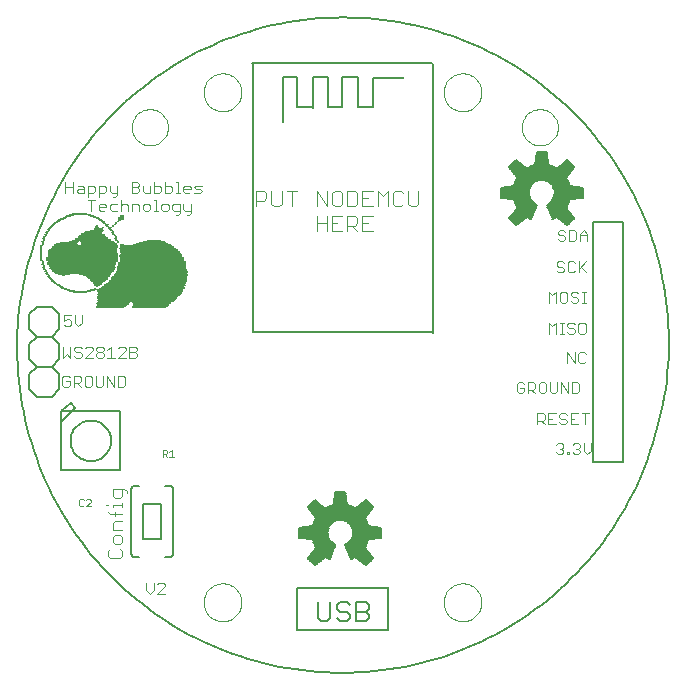
<source format=gto>
G75*
%MOIN*%
%OFA0B0*%
%FSLAX24Y24*%
%IPPOS*%
%LPD*%
%AMOC8*
5,1,8,0,0,1.08239X$1,22.5*
%
%ADD10C,0.0030*%
%ADD11C,0.0000*%
%ADD12C,0.0040*%
%ADD13C,0.0050*%
%ADD14C,0.0060*%
%ADD15C,0.0080*%
%ADD16C,0.0020*%
%ADD17R,0.0966X0.0033*%
%ADD18R,0.1133X0.0033*%
%ADD19R,0.1033X0.0033*%
%ADD20R,0.1167X0.0033*%
%ADD21R,0.1200X0.0033*%
%ADD22R,0.1067X0.0033*%
%ADD23R,0.1233X0.0033*%
%ADD24R,0.1100X0.0033*%
%ADD25R,0.1267X0.0033*%
%ADD26R,0.1300X0.0033*%
%ADD27R,0.2534X0.0033*%
%ADD28R,0.2567X0.0033*%
%ADD29R,0.2600X0.0033*%
%ADD30R,0.2634X0.0033*%
%ADD31R,0.2667X0.0033*%
%ADD32R,0.2700X0.0033*%
%ADD33R,0.2734X0.0033*%
%ADD34R,0.2767X0.0033*%
%ADD35R,0.2800X0.0033*%
%ADD36R,0.0434X0.0033*%
%ADD37R,0.2800X0.0033*%
%ADD38R,0.0733X0.0033*%
%ADD39R,0.2834X0.0033*%
%ADD40R,0.0267X0.0033*%
%ADD41R,0.0266X0.0033*%
%ADD42R,0.2867X0.0033*%
%ADD43R,0.0200X0.0033*%
%ADD44R,0.3100X0.0033*%
%ADD45R,0.0167X0.0033*%
%ADD46R,0.0067X0.0033*%
%ADD47R,0.2866X0.0033*%
%ADD48R,0.0166X0.0033*%
%ADD49R,0.0134X0.0033*%
%ADD50R,0.0066X0.0033*%
%ADD51R,0.2733X0.0033*%
%ADD52R,0.0133X0.0033*%
%ADD53R,0.2734X0.0033*%
%ADD54R,0.0134X0.0033*%
%ADD55R,0.0234X0.0033*%
%ADD56R,0.0100X0.0033*%
%ADD57R,0.0300X0.0033*%
%ADD58R,0.0100X0.0033*%
%ADD59R,0.0366X0.0033*%
%ADD60R,0.2633X0.0033*%
%ADD61R,0.0467X0.0033*%
%ADD62R,0.0533X0.0033*%
%ADD63R,0.2567X0.0033*%
%ADD64R,0.0600X0.0033*%
%ADD65R,0.2533X0.0033*%
%ADD66R,0.0667X0.0033*%
%ADD67R,0.0700X0.0033*%
%ADD68R,0.2533X0.0033*%
%ADD69R,0.0800X0.0033*%
%ADD70R,0.2500X0.0033*%
%ADD71R,0.0066X0.0033*%
%ADD72R,0.0900X0.0033*%
%ADD73R,0.2466X0.0033*%
%ADD74R,0.0433X0.0033*%
%ADD75R,0.2466X0.0033*%
%ADD76R,0.1867X0.0033*%
%ADD77R,0.2433X0.0033*%
%ADD78R,0.1966X0.0033*%
%ADD79R,0.2400X0.0033*%
%ADD80R,0.2034X0.0033*%
%ADD81R,0.2400X0.0033*%
%ADD82R,0.2067X0.0033*%
%ADD83R,0.2366X0.0033*%
%ADD84R,0.2133X0.0033*%
%ADD85R,0.0067X0.0033*%
%ADD86R,0.2167X0.0033*%
%ADD87R,0.2300X0.0033*%
%ADD88R,0.2200X0.0033*%
%ADD89R,0.2300X0.0033*%
%ADD90R,0.2233X0.0033*%
%ADD91R,0.2233X0.0033*%
%ADD92R,0.2267X0.0033*%
%ADD93R,0.2267X0.0033*%
%ADD94R,0.2234X0.0033*%
%ADD95R,0.2234X0.0033*%
%ADD96R,0.2333X0.0033*%
%ADD97R,0.2367X0.0033*%
%ADD98R,0.2166X0.0033*%
%ADD99R,0.2367X0.0033*%
%ADD100R,0.2166X0.0033*%
%ADD101R,0.2333X0.0033*%
%ADD102R,0.2100X0.0033*%
%ADD103R,0.2100X0.0033*%
%ADD104R,0.2066X0.0033*%
%ADD105R,0.2000X0.0033*%
%ADD106R,0.2000X0.0033*%
%ADD107R,0.1966X0.0033*%
%ADD108R,0.1933X0.0033*%
%ADD109R,0.1900X0.0033*%
%ADD110R,0.2200X0.0033*%
%ADD111R,0.1833X0.0033*%
%ADD112R,0.2167X0.0033*%
%ADD113R,0.1800X0.0033*%
%ADD114R,0.1766X0.0033*%
%ADD115R,0.0767X0.0033*%
%ADD116R,0.1200X0.0033*%
%ADD117R,0.0133X0.0033*%
%ADD118R,0.1267X0.0033*%
%ADD119R,0.0700X0.0033*%
%ADD120R,0.1067X0.0033*%
%ADD121R,0.1166X0.0033*%
%ADD122R,0.0333X0.0033*%
%ADD123R,0.1134X0.0033*%
%ADD124R,0.0734X0.0033*%
%ADD125R,0.0466X0.0033*%
%ADD126R,0.1100X0.0033*%
%ADD127R,0.1000X0.0033*%
%ADD128R,0.0933X0.0033*%
%ADD129R,0.0867X0.0033*%
%ADD130R,0.0633X0.0033*%
%ADD131R,0.0567X0.0033*%
%ADD132R,0.0033X0.0033*%
%ADD133R,0.0166X0.0033*%
%ADD134R,0.0167X0.0033*%
%ADD135R,0.0200X0.0033*%
%ADD136R,0.0233X0.0033*%
%ADD137R,0.0766X0.0033*%
%ADD138R,0.0500X0.0033*%
%ADD139C,0.0059*%
D10*
X004530Y003833D02*
X004653Y003710D01*
X004777Y003833D01*
X004777Y004080D01*
X004898Y004019D02*
X004960Y004080D01*
X005083Y004080D01*
X005145Y004019D01*
X005145Y003957D01*
X004898Y003710D01*
X005145Y003710D01*
X004530Y003833D02*
X004530Y004080D01*
X002677Y006635D02*
X002530Y006635D01*
X002677Y006782D01*
X002677Y006818D01*
X002640Y006855D01*
X002567Y006855D01*
X002530Y006818D01*
X002446Y006818D02*
X002410Y006855D01*
X002336Y006855D01*
X002300Y006818D01*
X002300Y006672D01*
X002336Y006635D01*
X002410Y006635D01*
X002446Y006672D01*
X002355Y010610D02*
X002232Y010733D01*
X002293Y010733D02*
X002108Y010733D01*
X002108Y010610D02*
X002108Y010980D01*
X002293Y010980D01*
X002355Y010919D01*
X002355Y010795D01*
X002293Y010733D01*
X002477Y010672D02*
X002477Y010919D01*
X002538Y010980D01*
X002662Y010980D01*
X002724Y010919D01*
X002724Y010672D01*
X002662Y010610D01*
X002538Y010610D01*
X002477Y010672D01*
X002845Y010672D02*
X002845Y010980D01*
X003092Y010980D02*
X003092Y010672D01*
X003030Y010610D01*
X002907Y010610D01*
X002845Y010672D01*
X003213Y010610D02*
X003213Y010980D01*
X003460Y010610D01*
X003460Y010980D01*
X003582Y010980D02*
X003582Y010610D01*
X003767Y010610D01*
X003828Y010672D01*
X003828Y010919D01*
X003767Y010980D01*
X003582Y010980D01*
X003602Y011580D02*
X003848Y011827D01*
X003848Y011889D01*
X003787Y011950D01*
X003663Y011950D01*
X003602Y011889D01*
X003357Y011950D02*
X003357Y011580D01*
X003480Y011580D02*
X003233Y011580D01*
X003112Y011642D02*
X003050Y011580D01*
X002927Y011580D01*
X002865Y011642D01*
X002865Y011703D01*
X002927Y011765D01*
X003050Y011765D01*
X003112Y011703D01*
X003112Y011642D01*
X003050Y011765D02*
X003112Y011827D01*
X003112Y011889D01*
X003050Y011950D01*
X002927Y011950D01*
X002865Y011889D01*
X002865Y011827D01*
X002927Y011765D01*
X002744Y011827D02*
X002744Y011889D01*
X002682Y011950D01*
X002558Y011950D01*
X002497Y011889D01*
X002375Y011889D02*
X002313Y011950D01*
X002190Y011950D01*
X002128Y011889D01*
X002128Y011827D01*
X002190Y011765D01*
X002313Y011765D01*
X002375Y011703D01*
X002375Y011642D01*
X002313Y011580D01*
X002190Y011580D01*
X002128Y011642D01*
X002007Y011580D02*
X002007Y011950D01*
X001760Y011950D02*
X001760Y011580D01*
X001883Y011703D01*
X002007Y011580D01*
X002497Y011580D02*
X002744Y011827D01*
X002744Y011580D02*
X002497Y011580D01*
X003233Y011827D02*
X003357Y011950D01*
X003602Y011580D02*
X003848Y011580D01*
X003970Y011580D02*
X004155Y011580D01*
X004217Y011642D01*
X004217Y011703D01*
X004155Y011765D01*
X003970Y011765D01*
X003970Y011580D02*
X003970Y011950D01*
X004155Y011950D01*
X004217Y011889D01*
X004217Y011827D01*
X004155Y011765D01*
X002395Y012743D02*
X002272Y012620D01*
X002148Y012743D01*
X002148Y012990D01*
X002027Y012990D02*
X001780Y012990D01*
X001780Y012805D01*
X001903Y012867D01*
X001965Y012867D01*
X002027Y012805D01*
X002027Y012682D01*
X001965Y012620D01*
X001842Y012620D01*
X001780Y012682D01*
X002395Y012743D02*
X002395Y012990D01*
X001925Y010980D02*
X001802Y010980D01*
X001740Y010919D01*
X001740Y010672D01*
X001802Y010610D01*
X001925Y010610D01*
X001987Y010672D01*
X001987Y010795D01*
X001863Y010795D01*
X001987Y010919D02*
X001925Y010980D01*
X005524Y016347D02*
X005586Y016347D01*
X005647Y016408D01*
X005647Y016717D01*
X005462Y016717D01*
X005400Y016655D01*
X005400Y016532D01*
X005462Y016470D01*
X005647Y016470D01*
X005769Y016532D02*
X005830Y016470D01*
X006016Y016470D01*
X006016Y016408D02*
X005954Y016347D01*
X005892Y016347D01*
X006016Y016408D02*
X006016Y016717D01*
X005769Y016717D02*
X005769Y016532D01*
X005279Y016532D02*
X005279Y016655D01*
X005217Y016717D01*
X005094Y016717D01*
X005032Y016655D01*
X005032Y016532D01*
X005094Y016470D01*
X005217Y016470D01*
X005279Y016532D01*
X004910Y016470D02*
X004787Y016470D01*
X004848Y016470D02*
X004848Y016840D01*
X004787Y016840D01*
X004603Y016717D02*
X004480Y016717D01*
X004418Y016655D01*
X004418Y016532D01*
X004480Y016470D01*
X004603Y016470D01*
X004665Y016532D01*
X004665Y016655D01*
X004603Y016717D01*
X004297Y016655D02*
X004297Y016470D01*
X004297Y016655D02*
X004235Y016717D01*
X004050Y016717D01*
X004050Y016470D01*
X003928Y016470D02*
X003928Y016655D01*
X003867Y016717D01*
X003743Y016717D01*
X003682Y016655D01*
X003560Y016717D02*
X003375Y016717D01*
X003313Y016655D01*
X003313Y016532D01*
X003375Y016470D01*
X003560Y016470D01*
X003682Y016470D02*
X003682Y016840D01*
X003560Y017008D02*
X003498Y016947D01*
X003437Y016947D01*
X003560Y017008D02*
X003560Y017317D01*
X003313Y017317D02*
X003313Y017132D01*
X003375Y017070D01*
X003560Y017070D01*
X003192Y017132D02*
X003130Y017070D01*
X002945Y017070D01*
X002945Y016947D02*
X002945Y017317D01*
X003130Y017317D01*
X003192Y017255D01*
X003192Y017132D01*
X002824Y017132D02*
X002762Y017070D01*
X002577Y017070D01*
X002455Y017070D02*
X002270Y017070D01*
X002208Y017132D01*
X002270Y017193D01*
X002455Y017193D01*
X002455Y017255D02*
X002455Y017070D01*
X002577Y016947D02*
X002577Y017317D01*
X002762Y017317D01*
X002824Y017255D01*
X002824Y017132D01*
X002824Y016840D02*
X002577Y016840D01*
X002700Y016840D02*
X002700Y016470D01*
X002945Y016532D02*
X002945Y016655D01*
X003007Y016717D01*
X003130Y016717D01*
X003192Y016655D01*
X003192Y016593D01*
X002945Y016593D01*
X002945Y016532D02*
X003007Y016470D01*
X003130Y016470D01*
X002455Y017255D02*
X002393Y017317D01*
X002270Y017317D01*
X002087Y017255D02*
X001840Y017255D01*
X001840Y017070D02*
X001840Y017440D01*
X002087Y017440D02*
X002087Y017070D01*
X004050Y017070D02*
X004235Y017070D01*
X004297Y017132D01*
X004297Y017193D01*
X004235Y017255D01*
X004050Y017255D01*
X004050Y017070D02*
X004050Y017440D01*
X004235Y017440D01*
X004297Y017379D01*
X004297Y017317D01*
X004235Y017255D01*
X004418Y017317D02*
X004418Y017132D01*
X004480Y017070D01*
X004665Y017070D01*
X004665Y017317D01*
X004787Y017317D02*
X004972Y017317D01*
X005033Y017255D01*
X005033Y017132D01*
X004972Y017070D01*
X004787Y017070D01*
X004787Y017440D01*
X005155Y017440D02*
X005155Y017070D01*
X005340Y017070D01*
X005402Y017132D01*
X005402Y017255D01*
X005340Y017317D01*
X005155Y017317D01*
X005523Y017440D02*
X005585Y017440D01*
X005585Y017070D01*
X005523Y017070D02*
X005647Y017070D01*
X005769Y017132D02*
X005769Y017255D01*
X005830Y017317D01*
X005954Y017317D01*
X006016Y017255D01*
X006016Y017193D01*
X005769Y017193D01*
X005769Y017132D02*
X005830Y017070D01*
X005954Y017070D01*
X006137Y017070D02*
X006322Y017070D01*
X006384Y017132D01*
X006322Y017193D01*
X006199Y017193D01*
X006137Y017255D01*
X006199Y017317D01*
X006384Y017317D01*
X016880Y010699D02*
X016880Y010452D01*
X016942Y010390D01*
X017065Y010390D01*
X017127Y010452D01*
X017127Y010575D01*
X017003Y010575D01*
X016880Y010699D02*
X016942Y010760D01*
X017065Y010760D01*
X017127Y010699D01*
X017248Y010760D02*
X017248Y010390D01*
X017248Y010513D02*
X017433Y010513D01*
X017495Y010575D01*
X017495Y010699D01*
X017433Y010760D01*
X017248Y010760D01*
X017372Y010513D02*
X017495Y010390D01*
X017617Y010452D02*
X017678Y010390D01*
X017802Y010390D01*
X017864Y010452D01*
X017864Y010699D01*
X017802Y010760D01*
X017678Y010760D01*
X017617Y010699D01*
X017617Y010452D01*
X017985Y010452D02*
X018047Y010390D01*
X018170Y010390D01*
X018232Y010452D01*
X018232Y010760D01*
X018353Y010760D02*
X018353Y010390D01*
X018600Y010390D02*
X018353Y010760D01*
X018600Y010760D02*
X018600Y010390D01*
X018722Y010390D02*
X018907Y010390D01*
X018968Y010452D01*
X018968Y010699D01*
X018907Y010760D01*
X018722Y010760D01*
X018722Y010390D01*
X018675Y009730D02*
X018675Y009360D01*
X018922Y009360D01*
X018798Y009545D02*
X018675Y009545D01*
X018554Y009483D02*
X018554Y009422D01*
X018492Y009360D01*
X018368Y009360D01*
X018307Y009422D01*
X018185Y009360D02*
X017938Y009360D01*
X017938Y009730D01*
X018185Y009730D01*
X018307Y009669D02*
X018307Y009607D01*
X018368Y009545D01*
X018492Y009545D01*
X018554Y009483D01*
X018554Y009669D02*
X018492Y009730D01*
X018368Y009730D01*
X018307Y009669D01*
X018062Y009545D02*
X017938Y009545D01*
X017817Y009545D02*
X017755Y009483D01*
X017570Y009483D01*
X017570Y009360D02*
X017570Y009730D01*
X017755Y009730D01*
X017817Y009669D01*
X017817Y009545D01*
X017693Y009483D02*
X017817Y009360D01*
X018252Y008730D02*
X018375Y008730D01*
X018437Y008669D01*
X018437Y008607D01*
X018375Y008545D01*
X018437Y008483D01*
X018437Y008422D01*
X018375Y008360D01*
X018252Y008360D01*
X018190Y008422D01*
X018313Y008545D02*
X018375Y008545D01*
X018558Y008422D02*
X018620Y008422D01*
X018620Y008360D01*
X018558Y008360D01*
X018558Y008422D01*
X018742Y008422D02*
X018804Y008360D01*
X018928Y008360D01*
X018989Y008422D01*
X018989Y008483D01*
X018928Y008545D01*
X018866Y008545D01*
X018928Y008545D02*
X018989Y008607D01*
X018989Y008669D01*
X018928Y008730D01*
X018804Y008730D01*
X018742Y008669D01*
X019111Y008730D02*
X019111Y008483D01*
X019234Y008360D01*
X019358Y008483D01*
X019358Y008730D01*
X019167Y009360D02*
X019167Y009730D01*
X019290Y009730D02*
X019043Y009730D01*
X018922Y009730D02*
X018675Y009730D01*
X017985Y010452D02*
X017985Y010760D01*
X018570Y011390D02*
X018570Y011760D01*
X018817Y011390D01*
X018817Y011760D01*
X018938Y011699D02*
X018938Y011452D01*
X019000Y011390D01*
X019123Y011390D01*
X019185Y011452D01*
X019185Y011699D02*
X019123Y011760D01*
X019000Y011760D01*
X018938Y011699D01*
X018994Y012380D02*
X018932Y012442D01*
X018932Y012689D01*
X018994Y012750D01*
X019117Y012750D01*
X019179Y012689D01*
X019179Y012442D01*
X019117Y012380D01*
X018994Y012380D01*
X018811Y012442D02*
X018811Y012503D01*
X018749Y012565D01*
X018626Y012565D01*
X018564Y012627D01*
X018564Y012689D01*
X018626Y012750D01*
X018749Y012750D01*
X018811Y012689D01*
X018811Y012442D02*
X018749Y012380D01*
X018626Y012380D01*
X018564Y012442D01*
X018442Y012380D02*
X018318Y012380D01*
X018380Y012380D02*
X018380Y012750D01*
X018318Y012750D02*
X018442Y012750D01*
X018197Y012750D02*
X018197Y012380D01*
X017950Y012380D02*
X017950Y012750D01*
X018073Y012627D01*
X018197Y012750D01*
X018197Y013410D02*
X018197Y013780D01*
X018073Y013657D01*
X017950Y013780D01*
X017950Y013410D01*
X018318Y013472D02*
X018380Y013410D01*
X018503Y013410D01*
X018565Y013472D01*
X018565Y013719D01*
X018503Y013780D01*
X018380Y013780D01*
X018318Y013719D01*
X018318Y013472D01*
X018687Y013472D02*
X018748Y013410D01*
X018872Y013410D01*
X018934Y013472D01*
X018934Y013533D01*
X018872Y013595D01*
X018748Y013595D01*
X018687Y013657D01*
X018687Y013719D01*
X018748Y013780D01*
X018872Y013780D01*
X018934Y013719D01*
X019055Y013780D02*
X019178Y013780D01*
X019117Y013780D02*
X019117Y013410D01*
X019178Y013410D02*
X019055Y013410D01*
X018947Y014420D02*
X018947Y014790D01*
X018825Y014729D02*
X018763Y014790D01*
X018640Y014790D01*
X018578Y014729D01*
X018578Y014482D01*
X018640Y014420D01*
X018763Y014420D01*
X018825Y014482D01*
X018947Y014543D02*
X019194Y014790D01*
X019008Y014605D02*
X019194Y014420D01*
X018457Y014482D02*
X018395Y014420D01*
X018272Y014420D01*
X018210Y014482D01*
X018272Y014605D02*
X018395Y014605D01*
X018457Y014543D01*
X018457Y014482D01*
X018272Y014605D02*
X018210Y014667D01*
X018210Y014729D01*
X018272Y014790D01*
X018395Y014790D01*
X018457Y014729D01*
X018435Y015470D02*
X018312Y015470D01*
X018250Y015532D01*
X018312Y015655D02*
X018250Y015717D01*
X018250Y015779D01*
X018312Y015840D01*
X018435Y015840D01*
X018497Y015779D01*
X018618Y015840D02*
X018618Y015470D01*
X018803Y015470D01*
X018865Y015532D01*
X018865Y015779D01*
X018803Y015840D01*
X018618Y015840D01*
X018435Y015655D02*
X018497Y015593D01*
X018497Y015532D01*
X018435Y015470D01*
X018435Y015655D02*
X018312Y015655D01*
X018987Y015655D02*
X019234Y015655D01*
X019234Y015717D02*
X019234Y015470D01*
X019234Y015717D02*
X019110Y015840D01*
X018987Y015717D01*
X018987Y015470D01*
X018252Y008730D02*
X018190Y008669D01*
D11*
X014445Y003425D02*
X014447Y003475D01*
X014453Y003525D01*
X014463Y003574D01*
X014477Y003622D01*
X014494Y003669D01*
X014515Y003714D01*
X014540Y003758D01*
X014568Y003799D01*
X014600Y003838D01*
X014634Y003875D01*
X014671Y003909D01*
X014711Y003939D01*
X014753Y003966D01*
X014797Y003990D01*
X014843Y004011D01*
X014890Y004027D01*
X014938Y004040D01*
X014988Y004049D01*
X015037Y004054D01*
X015088Y004055D01*
X015138Y004052D01*
X015187Y004045D01*
X015236Y004034D01*
X015284Y004019D01*
X015330Y004001D01*
X015375Y003979D01*
X015418Y003953D01*
X015459Y003924D01*
X015498Y003892D01*
X015534Y003857D01*
X015566Y003819D01*
X015596Y003779D01*
X015623Y003736D01*
X015646Y003692D01*
X015665Y003646D01*
X015681Y003598D01*
X015693Y003549D01*
X015701Y003500D01*
X015705Y003450D01*
X015705Y003400D01*
X015701Y003350D01*
X015693Y003301D01*
X015681Y003252D01*
X015665Y003204D01*
X015646Y003158D01*
X015623Y003114D01*
X015596Y003071D01*
X015566Y003031D01*
X015534Y002993D01*
X015498Y002958D01*
X015459Y002926D01*
X015418Y002897D01*
X015375Y002871D01*
X015330Y002849D01*
X015284Y002831D01*
X015236Y002816D01*
X015187Y002805D01*
X015138Y002798D01*
X015088Y002795D01*
X015037Y002796D01*
X014988Y002801D01*
X014938Y002810D01*
X014890Y002823D01*
X014843Y002839D01*
X014797Y002860D01*
X014753Y002884D01*
X014711Y002911D01*
X014671Y002941D01*
X014634Y002975D01*
X014600Y003012D01*
X014568Y003051D01*
X014540Y003092D01*
X014515Y003136D01*
X014494Y003181D01*
X014477Y003228D01*
X014463Y003276D01*
X014453Y003325D01*
X014447Y003375D01*
X014445Y003425D01*
X006445Y003425D02*
X006447Y003475D01*
X006453Y003525D01*
X006463Y003574D01*
X006477Y003622D01*
X006494Y003669D01*
X006515Y003714D01*
X006540Y003758D01*
X006568Y003799D01*
X006600Y003838D01*
X006634Y003875D01*
X006671Y003909D01*
X006711Y003939D01*
X006753Y003966D01*
X006797Y003990D01*
X006843Y004011D01*
X006890Y004027D01*
X006938Y004040D01*
X006988Y004049D01*
X007037Y004054D01*
X007088Y004055D01*
X007138Y004052D01*
X007187Y004045D01*
X007236Y004034D01*
X007284Y004019D01*
X007330Y004001D01*
X007375Y003979D01*
X007418Y003953D01*
X007459Y003924D01*
X007498Y003892D01*
X007534Y003857D01*
X007566Y003819D01*
X007596Y003779D01*
X007623Y003736D01*
X007646Y003692D01*
X007665Y003646D01*
X007681Y003598D01*
X007693Y003549D01*
X007701Y003500D01*
X007705Y003450D01*
X007705Y003400D01*
X007701Y003350D01*
X007693Y003301D01*
X007681Y003252D01*
X007665Y003204D01*
X007646Y003158D01*
X007623Y003114D01*
X007596Y003071D01*
X007566Y003031D01*
X007534Y002993D01*
X007498Y002958D01*
X007459Y002926D01*
X007418Y002897D01*
X007375Y002871D01*
X007330Y002849D01*
X007284Y002831D01*
X007236Y002816D01*
X007187Y002805D01*
X007138Y002798D01*
X007088Y002795D01*
X007037Y002796D01*
X006988Y002801D01*
X006938Y002810D01*
X006890Y002823D01*
X006843Y002839D01*
X006797Y002860D01*
X006753Y002884D01*
X006711Y002911D01*
X006671Y002941D01*
X006634Y002975D01*
X006600Y003012D01*
X006568Y003051D01*
X006540Y003092D01*
X006515Y003136D01*
X006494Y003181D01*
X006477Y003228D01*
X006463Y003276D01*
X006453Y003325D01*
X006447Y003375D01*
X006445Y003425D01*
X004052Y019255D02*
X004054Y019304D01*
X004060Y019352D01*
X004070Y019399D01*
X004083Y019446D01*
X004100Y019491D01*
X004121Y019535D01*
X004145Y019577D01*
X004173Y019617D01*
X004204Y019655D01*
X004237Y019690D01*
X004274Y019722D01*
X004312Y019751D01*
X004353Y019777D01*
X004396Y019800D01*
X004441Y019819D01*
X004487Y019834D01*
X004534Y019846D01*
X004582Y019854D01*
X004631Y019858D01*
X004679Y019858D01*
X004728Y019854D01*
X004776Y019846D01*
X004823Y019834D01*
X004869Y019819D01*
X004914Y019800D01*
X004956Y019777D01*
X004998Y019751D01*
X005036Y019722D01*
X005073Y019690D01*
X005106Y019655D01*
X005137Y019617D01*
X005165Y019577D01*
X005189Y019535D01*
X005210Y019491D01*
X005227Y019446D01*
X005240Y019399D01*
X005250Y019352D01*
X005256Y019304D01*
X005258Y019255D01*
X005256Y019206D01*
X005250Y019158D01*
X005240Y019111D01*
X005227Y019064D01*
X005210Y019019D01*
X005189Y018975D01*
X005165Y018933D01*
X005137Y018893D01*
X005106Y018855D01*
X005073Y018820D01*
X005036Y018788D01*
X004998Y018759D01*
X004957Y018733D01*
X004914Y018710D01*
X004869Y018691D01*
X004823Y018676D01*
X004776Y018664D01*
X004728Y018656D01*
X004679Y018652D01*
X004631Y018652D01*
X004582Y018656D01*
X004534Y018664D01*
X004487Y018676D01*
X004441Y018691D01*
X004396Y018710D01*
X004354Y018733D01*
X004312Y018759D01*
X004274Y018788D01*
X004237Y018820D01*
X004204Y018855D01*
X004173Y018893D01*
X004145Y018933D01*
X004121Y018975D01*
X004100Y019019D01*
X004083Y019064D01*
X004070Y019111D01*
X004060Y019158D01*
X004054Y019206D01*
X004052Y019255D01*
X006445Y020425D02*
X006447Y020475D01*
X006453Y020525D01*
X006463Y020574D01*
X006477Y020622D01*
X006494Y020669D01*
X006515Y020714D01*
X006540Y020758D01*
X006568Y020799D01*
X006600Y020838D01*
X006634Y020875D01*
X006671Y020909D01*
X006711Y020939D01*
X006753Y020966D01*
X006797Y020990D01*
X006843Y021011D01*
X006890Y021027D01*
X006938Y021040D01*
X006988Y021049D01*
X007037Y021054D01*
X007088Y021055D01*
X007138Y021052D01*
X007187Y021045D01*
X007236Y021034D01*
X007284Y021019D01*
X007330Y021001D01*
X007375Y020979D01*
X007418Y020953D01*
X007459Y020924D01*
X007498Y020892D01*
X007534Y020857D01*
X007566Y020819D01*
X007596Y020779D01*
X007623Y020736D01*
X007646Y020692D01*
X007665Y020646D01*
X007681Y020598D01*
X007693Y020549D01*
X007701Y020500D01*
X007705Y020450D01*
X007705Y020400D01*
X007701Y020350D01*
X007693Y020301D01*
X007681Y020252D01*
X007665Y020204D01*
X007646Y020158D01*
X007623Y020114D01*
X007596Y020071D01*
X007566Y020031D01*
X007534Y019993D01*
X007498Y019958D01*
X007459Y019926D01*
X007418Y019897D01*
X007375Y019871D01*
X007330Y019849D01*
X007284Y019831D01*
X007236Y019816D01*
X007187Y019805D01*
X007138Y019798D01*
X007088Y019795D01*
X007037Y019796D01*
X006988Y019801D01*
X006938Y019810D01*
X006890Y019823D01*
X006843Y019839D01*
X006797Y019860D01*
X006753Y019884D01*
X006711Y019911D01*
X006671Y019941D01*
X006634Y019975D01*
X006600Y020012D01*
X006568Y020051D01*
X006540Y020092D01*
X006515Y020136D01*
X006494Y020181D01*
X006477Y020228D01*
X006463Y020276D01*
X006453Y020325D01*
X006447Y020375D01*
X006445Y020425D01*
X014445Y020425D02*
X014447Y020475D01*
X014453Y020525D01*
X014463Y020574D01*
X014477Y020622D01*
X014494Y020669D01*
X014515Y020714D01*
X014540Y020758D01*
X014568Y020799D01*
X014600Y020838D01*
X014634Y020875D01*
X014671Y020909D01*
X014711Y020939D01*
X014753Y020966D01*
X014797Y020990D01*
X014843Y021011D01*
X014890Y021027D01*
X014938Y021040D01*
X014988Y021049D01*
X015037Y021054D01*
X015088Y021055D01*
X015138Y021052D01*
X015187Y021045D01*
X015236Y021034D01*
X015284Y021019D01*
X015330Y021001D01*
X015375Y020979D01*
X015418Y020953D01*
X015459Y020924D01*
X015498Y020892D01*
X015534Y020857D01*
X015566Y020819D01*
X015596Y020779D01*
X015623Y020736D01*
X015646Y020692D01*
X015665Y020646D01*
X015681Y020598D01*
X015693Y020549D01*
X015701Y020500D01*
X015705Y020450D01*
X015705Y020400D01*
X015701Y020350D01*
X015693Y020301D01*
X015681Y020252D01*
X015665Y020204D01*
X015646Y020158D01*
X015623Y020114D01*
X015596Y020071D01*
X015566Y020031D01*
X015534Y019993D01*
X015498Y019958D01*
X015459Y019926D01*
X015418Y019897D01*
X015375Y019871D01*
X015330Y019849D01*
X015284Y019831D01*
X015236Y019816D01*
X015187Y019805D01*
X015138Y019798D01*
X015088Y019795D01*
X015037Y019796D01*
X014988Y019801D01*
X014938Y019810D01*
X014890Y019823D01*
X014843Y019839D01*
X014797Y019860D01*
X014753Y019884D01*
X014711Y019911D01*
X014671Y019941D01*
X014634Y019975D01*
X014600Y020012D01*
X014568Y020051D01*
X014540Y020092D01*
X014515Y020136D01*
X014494Y020181D01*
X014477Y020228D01*
X014463Y020276D01*
X014453Y020325D01*
X014447Y020375D01*
X014445Y020425D01*
X017052Y019255D02*
X017054Y019304D01*
X017060Y019352D01*
X017070Y019399D01*
X017083Y019446D01*
X017100Y019491D01*
X017121Y019535D01*
X017145Y019577D01*
X017173Y019617D01*
X017204Y019655D01*
X017237Y019690D01*
X017274Y019722D01*
X017312Y019751D01*
X017353Y019777D01*
X017396Y019800D01*
X017441Y019819D01*
X017487Y019834D01*
X017534Y019846D01*
X017582Y019854D01*
X017631Y019858D01*
X017679Y019858D01*
X017728Y019854D01*
X017776Y019846D01*
X017823Y019834D01*
X017869Y019819D01*
X017914Y019800D01*
X017956Y019777D01*
X017998Y019751D01*
X018036Y019722D01*
X018073Y019690D01*
X018106Y019655D01*
X018137Y019617D01*
X018165Y019577D01*
X018189Y019535D01*
X018210Y019491D01*
X018227Y019446D01*
X018240Y019399D01*
X018250Y019352D01*
X018256Y019304D01*
X018258Y019255D01*
X018256Y019206D01*
X018250Y019158D01*
X018240Y019111D01*
X018227Y019064D01*
X018210Y019019D01*
X018189Y018975D01*
X018165Y018933D01*
X018137Y018893D01*
X018106Y018855D01*
X018073Y018820D01*
X018036Y018788D01*
X017998Y018759D01*
X017957Y018733D01*
X017914Y018710D01*
X017869Y018691D01*
X017823Y018676D01*
X017776Y018664D01*
X017728Y018656D01*
X017679Y018652D01*
X017631Y018652D01*
X017582Y018656D01*
X017534Y018664D01*
X017487Y018676D01*
X017441Y018691D01*
X017396Y018710D01*
X017354Y018733D01*
X017312Y018759D01*
X017274Y018788D01*
X017237Y018820D01*
X017204Y018855D01*
X017173Y018893D01*
X017145Y018933D01*
X017121Y018975D01*
X017100Y019019D01*
X017083Y019064D01*
X017070Y019111D01*
X017060Y019158D01*
X017054Y019206D01*
X017052Y019255D01*
D12*
X013600Y017140D02*
X013600Y016715D01*
X013515Y016630D01*
X013344Y016630D01*
X013259Y016715D01*
X013259Y017140D01*
X013093Y017055D02*
X013008Y017140D01*
X012838Y017140D01*
X012753Y017055D01*
X012753Y016715D01*
X012838Y016630D01*
X013008Y016630D01*
X013093Y016715D01*
X012587Y016630D02*
X012587Y017140D01*
X012417Y016970D01*
X012246Y017140D01*
X012246Y016630D01*
X012080Y016630D02*
X011740Y016630D01*
X011740Y017140D01*
X012080Y017140D01*
X011910Y016885D02*
X011740Y016885D01*
X011574Y016715D02*
X011574Y017055D01*
X011489Y017140D01*
X011234Y017140D01*
X011234Y016630D01*
X011489Y016630D01*
X011574Y016715D01*
X011489Y016315D02*
X011234Y016315D01*
X011234Y015805D01*
X011067Y015805D02*
X010727Y015805D01*
X010727Y016315D01*
X011067Y016315D01*
X010897Y016060D02*
X010727Y016060D01*
X010561Y016060D02*
X010221Y016060D01*
X010221Y015805D02*
X010221Y016315D01*
X010221Y016630D02*
X010221Y017140D01*
X010561Y016630D01*
X010561Y017140D01*
X010727Y017055D02*
X010727Y016715D01*
X010812Y016630D01*
X010982Y016630D01*
X011067Y016715D01*
X011067Y017055D01*
X010982Y017140D01*
X010812Y017140D01*
X010727Y017055D01*
X010561Y016315D02*
X010561Y015805D01*
X011234Y015975D02*
X011489Y015975D01*
X011574Y016060D01*
X011574Y016230D01*
X011489Y016315D01*
X011740Y016315D02*
X011740Y015805D01*
X012080Y015805D01*
X011910Y016060D02*
X011740Y016060D01*
X011740Y016315D02*
X012080Y016315D01*
X011574Y015805D02*
X011404Y015975D01*
X009548Y017140D02*
X009208Y017140D01*
X009042Y017140D02*
X009042Y016715D01*
X008957Y016630D01*
X008787Y016630D01*
X008701Y016715D01*
X008701Y017140D01*
X008535Y017055D02*
X008535Y016885D01*
X008450Y016800D01*
X008195Y016800D01*
X008195Y016630D02*
X008195Y017140D01*
X008450Y017140D01*
X008535Y017055D01*
X009378Y017140D02*
X009378Y016630D01*
X003802Y007207D02*
X003418Y007207D01*
X003418Y006977D01*
X003495Y006900D01*
X003648Y006900D01*
X003725Y006977D01*
X003725Y007207D01*
X003802Y007207D02*
X003878Y007130D01*
X003878Y007053D01*
X003725Y006747D02*
X003725Y006593D01*
X003725Y006670D02*
X003418Y006670D01*
X003418Y006593D01*
X003495Y006440D02*
X003495Y006286D01*
X003495Y006133D02*
X003725Y006133D01*
X003725Y006363D02*
X003341Y006363D01*
X003265Y006440D01*
X003265Y006670D02*
X003188Y006670D01*
X003495Y006133D02*
X003418Y006056D01*
X003418Y005826D01*
X003725Y005826D01*
X003648Y005672D02*
X003495Y005672D01*
X003418Y005596D01*
X003418Y005442D01*
X003495Y005365D01*
X003648Y005365D01*
X003725Y005442D01*
X003725Y005596D01*
X003648Y005672D01*
X003648Y005212D02*
X003725Y005135D01*
X003725Y004982D01*
X003648Y004905D01*
X003341Y004905D01*
X003265Y004982D01*
X003265Y005135D01*
X003341Y005212D01*
D13*
X003669Y007821D02*
X001701Y007821D01*
X001701Y009435D01*
X002055Y009789D01*
X002173Y009907D01*
X002016Y010065D01*
X001701Y009789D01*
X002055Y009789D01*
X003669Y009789D01*
X003669Y007821D01*
X002008Y008805D02*
X002010Y008857D01*
X002016Y008908D01*
X002026Y008959D01*
X002040Y009009D01*
X002057Y009058D01*
X002078Y009105D01*
X002103Y009151D01*
X002131Y009194D01*
X002163Y009236D01*
X002197Y009274D01*
X002235Y009310D01*
X002275Y009343D01*
X002317Y009373D01*
X002362Y009400D01*
X002408Y009423D01*
X002456Y009442D01*
X002506Y009458D01*
X002556Y009470D01*
X002607Y009478D01*
X002659Y009482D01*
X002711Y009482D01*
X002763Y009478D01*
X002814Y009470D01*
X002864Y009458D01*
X002914Y009442D01*
X002962Y009423D01*
X003008Y009400D01*
X003053Y009373D01*
X003095Y009343D01*
X003135Y009310D01*
X003173Y009274D01*
X003207Y009236D01*
X003239Y009194D01*
X003267Y009151D01*
X003292Y009105D01*
X003313Y009058D01*
X003330Y009009D01*
X003344Y008959D01*
X003354Y008908D01*
X003360Y008857D01*
X003362Y008805D01*
X003360Y008753D01*
X003354Y008702D01*
X003344Y008651D01*
X003330Y008601D01*
X003313Y008552D01*
X003292Y008505D01*
X003267Y008459D01*
X003239Y008416D01*
X003207Y008374D01*
X003173Y008336D01*
X003135Y008300D01*
X003095Y008267D01*
X003053Y008237D01*
X003008Y008210D01*
X002962Y008187D01*
X002914Y008168D01*
X002864Y008152D01*
X002814Y008140D01*
X002763Y008132D01*
X002711Y008128D01*
X002659Y008128D01*
X002607Y008132D01*
X002556Y008140D01*
X002506Y008152D01*
X002456Y008168D01*
X002408Y008187D01*
X002362Y008210D01*
X002317Y008237D01*
X002275Y008267D01*
X002235Y008300D01*
X002197Y008336D01*
X002163Y008374D01*
X002131Y008416D01*
X002103Y008459D01*
X002078Y008505D01*
X002057Y008552D01*
X002040Y008601D01*
X002026Y008651D01*
X002016Y008702D01*
X002010Y008753D01*
X002008Y008805D01*
X001701Y009435D02*
X001701Y009789D01*
X008085Y012435D02*
X014075Y012435D01*
X014075Y021375D01*
X014055Y021415D02*
X008065Y021415D01*
X008085Y021445D02*
X008085Y012435D01*
X001025Y015995D02*
X000928Y015748D01*
X000838Y015499D01*
X000753Y015248D01*
X000675Y014995D01*
X000602Y014740D01*
X000537Y014483D01*
X000477Y014225D01*
X000424Y013965D01*
X000377Y013704D01*
X000336Y013442D01*
X000302Y013179D01*
X000274Y012916D01*
X000253Y012652D01*
X000238Y012387D01*
X000230Y012122D01*
X000228Y011857D01*
X000233Y011592D01*
X000244Y011327D01*
X000262Y011063D01*
X000286Y010799D01*
X000316Y010536D01*
X000353Y010273D01*
X000396Y010012D01*
X000446Y009752D01*
X000502Y009493D01*
X000564Y009235D01*
X000633Y008979D01*
X000708Y008725D01*
X000789Y008472D01*
X000876Y008222D01*
X000970Y007974D01*
X001069Y007728D01*
X001174Y007485D01*
X001286Y007245D01*
X001403Y007007D01*
X001525Y006772D01*
X001654Y006540D01*
X001788Y006312D01*
X001928Y006087D01*
X002073Y005865D01*
X002224Y005647D01*
X002380Y005433D01*
X002541Y005222D01*
X002707Y005016D01*
X002878Y004813D01*
X003054Y004615D01*
X003235Y004421D01*
X003420Y004232D01*
X003610Y004048D01*
X003805Y003868D01*
X004004Y003692D01*
X004207Y003522D01*
X004414Y003357D01*
X004625Y003197D01*
X004840Y003042D01*
X005059Y002892D01*
X005282Y002748D01*
X005507Y002609D01*
X005736Y002476D01*
X005969Y002349D01*
X006204Y002227D01*
X006442Y002111D01*
X006683Y002001D01*
X006927Y001896D01*
X007173Y001798D01*
X007422Y001706D01*
X007672Y001620D01*
X007925Y001540D01*
X008180Y001466D01*
X008436Y001399D01*
X008694Y001337D01*
X008953Y001283D01*
X009214Y001234D01*
X009475Y001192D01*
X009738Y001156D01*
X010001Y001127D01*
X010265Y001104D01*
X010530Y001087D01*
X010795Y001077D01*
X011060Y001074D01*
X011325Y001077D01*
X011589Y001086D01*
X011854Y001102D01*
X012118Y001125D01*
X012381Y001154D01*
X012644Y001189D01*
X012906Y001231D01*
X013166Y001279D01*
X013426Y001333D01*
X013684Y001394D01*
X013940Y001461D01*
X014195Y001534D01*
X014448Y001614D01*
X014698Y001700D01*
X014947Y001791D01*
X015193Y001889D01*
X015437Y001993D01*
X015679Y002103D01*
X015917Y002218D01*
X016153Y002340D01*
X016385Y002467D01*
X016614Y002600D01*
X016841Y002738D01*
X017063Y002882D01*
X017282Y003031D01*
X017497Y003186D01*
X017709Y003345D01*
X017916Y003510D01*
X018120Y003680D01*
X018319Y003855D01*
X018514Y004035D01*
X018704Y004219D01*
X018890Y004408D01*
X019071Y004601D01*
X019248Y004799D01*
X019419Y005001D01*
X019586Y005207D01*
X019747Y005417D01*
X019903Y005632D01*
X020054Y005849D01*
X020200Y006071D01*
X020340Y006296D01*
X020475Y006524D01*
X020604Y006756D01*
X020727Y006990D01*
X020844Y007228D01*
X020956Y007468D01*
X021062Y007711D01*
X021162Y007957D01*
X021255Y008205D01*
X020425Y008105D02*
X019425Y008105D01*
X019425Y016105D01*
X020425Y016105D01*
X020425Y008105D01*
X014075Y012395D02*
X014075Y012435D01*
X009075Y019445D02*
X009075Y020945D01*
X009565Y020945D01*
X009565Y020925D01*
X009545Y020925D01*
X009545Y019925D01*
X010085Y019925D01*
X010085Y020925D01*
X010575Y020925D01*
X010575Y019935D01*
X011065Y019935D01*
X011065Y020925D01*
X011575Y020925D01*
X011575Y019935D01*
X012075Y019935D01*
X012075Y020905D01*
X013075Y020905D01*
X013075Y020935D01*
X011605Y020925D02*
X011575Y020925D01*
X010085Y019925D02*
X010085Y019915D01*
X012585Y003925D02*
X012585Y003915D01*
X012585Y002495D01*
X009595Y002495D01*
X009575Y002515D02*
X009555Y002515D01*
X009555Y003915D01*
X012585Y003915D01*
D14*
X011961Y003319D02*
X011961Y003212D01*
X011854Y003105D01*
X011534Y003105D01*
X011317Y002999D02*
X011317Y002892D01*
X011210Y002785D01*
X010996Y002785D01*
X010890Y002892D01*
X010672Y002892D02*
X010672Y003426D01*
X010890Y003319D02*
X010890Y003212D01*
X010996Y003105D01*
X011210Y003105D01*
X011317Y002999D01*
X011534Y002785D02*
X011854Y002785D01*
X011961Y002892D01*
X011961Y002999D01*
X011854Y003105D01*
X011961Y003319D02*
X011854Y003426D01*
X011534Y003426D01*
X011534Y002785D01*
X011317Y003319D02*
X011210Y003426D01*
X010996Y003426D01*
X010890Y003319D01*
X010672Y002892D02*
X010565Y002785D01*
X010352Y002785D01*
X010245Y002892D01*
X010245Y003426D01*
X001625Y010525D02*
X001375Y010275D01*
X000875Y010275D01*
X000625Y010525D01*
X000625Y011025D01*
X000875Y011275D01*
X000625Y011525D01*
X000625Y012025D01*
X000875Y012275D01*
X000625Y012525D01*
X000625Y013025D01*
X000875Y013275D01*
X001375Y013275D01*
X001625Y013025D01*
X001625Y012525D01*
X001375Y012275D01*
X001625Y012025D01*
X001625Y011525D01*
X001375Y011275D01*
X001625Y011025D01*
X001625Y010525D01*
X001375Y011275D02*
X000875Y011275D01*
X000875Y012275D02*
X001375Y012275D01*
D15*
X004134Y007306D02*
X004292Y007306D01*
X004134Y007306D02*
X004117Y007305D01*
X004100Y007300D01*
X004085Y007293D01*
X004071Y007283D01*
X004059Y007271D01*
X004049Y007257D01*
X004042Y007242D01*
X004037Y007225D01*
X004036Y007208D01*
X004036Y005042D01*
X004037Y005025D01*
X004042Y005008D01*
X004049Y004993D01*
X004059Y004979D01*
X004071Y004967D01*
X004085Y004957D01*
X004100Y004950D01*
X004117Y004945D01*
X004134Y004944D01*
X004292Y004944D01*
X004430Y005534D02*
X005020Y005534D01*
X005020Y006716D01*
X004430Y006716D01*
X004430Y005534D01*
X005158Y004944D02*
X005316Y004944D01*
X005333Y004945D01*
X005350Y004950D01*
X005365Y004957D01*
X005379Y004967D01*
X005391Y004979D01*
X005401Y004993D01*
X005408Y005008D01*
X005413Y005025D01*
X005414Y005042D01*
X005414Y007208D01*
X005413Y007225D01*
X005408Y007242D01*
X005401Y007257D01*
X005391Y007271D01*
X005379Y007283D01*
X005365Y007293D01*
X005350Y007300D01*
X005333Y007305D01*
X005316Y007306D01*
X005158Y007306D01*
X001015Y015975D02*
X001113Y016221D01*
X001217Y016466D01*
X001328Y016707D01*
X001444Y016946D01*
X001566Y017182D01*
X001693Y017415D01*
X001827Y017644D01*
X001966Y017871D01*
X002110Y018093D01*
X002260Y018313D01*
X002415Y018528D01*
X002576Y018740D01*
X002741Y018947D01*
X002912Y019151D01*
X003088Y019350D01*
X003268Y019545D01*
X003453Y019735D01*
X003643Y019921D01*
X003837Y020102D01*
X004036Y020278D01*
X004239Y020450D01*
X004446Y020616D01*
X004657Y020777D01*
X004872Y020933D01*
X005091Y021084D01*
X005313Y021229D01*
X005539Y021369D01*
X005768Y021503D01*
X006000Y021631D01*
X006236Y021754D01*
X006474Y021871D01*
X006715Y021982D01*
X006959Y022087D01*
X007206Y022186D01*
X007454Y022279D01*
X007705Y022366D01*
X007958Y022447D01*
X008213Y022521D01*
X008470Y022590D01*
X008728Y022652D01*
X008988Y022707D01*
X009249Y022756D01*
X009511Y022799D01*
X009774Y022835D01*
X010038Y022865D01*
X010302Y022889D01*
X010567Y022906D01*
X010833Y022916D01*
X011098Y022920D01*
X011364Y022917D01*
X011629Y022908D01*
X011894Y022893D01*
X012159Y022870D01*
X012423Y022842D01*
X012686Y022807D01*
X012948Y022765D01*
X013209Y022717D01*
X013469Y022663D01*
X013728Y022602D01*
X013985Y022535D01*
X014240Y022462D01*
X014493Y022383D01*
X014745Y022297D01*
X014994Y022205D01*
X015241Y022107D01*
X015485Y022003D01*
X015727Y021893D01*
X015966Y021777D01*
X016202Y021656D01*
X016435Y021528D01*
X016665Y021395D01*
X016891Y021257D01*
X017114Y021112D01*
X017334Y020963D01*
X017549Y020808D01*
X017761Y020648D01*
X017969Y020483D01*
X018173Y020312D01*
X018372Y020137D01*
X018567Y019957D01*
X018758Y019772D01*
X018944Y019582D01*
X019125Y019388D01*
X019302Y019190D01*
X019474Y018987D01*
X019640Y018781D01*
X019802Y018570D01*
X019958Y018355D01*
X020109Y018137D01*
X020254Y017914D01*
X020394Y017689D01*
X020529Y017460D01*
X020658Y017228D01*
X020781Y016992D01*
X020898Y016754D01*
X021010Y016513D01*
X021115Y016269D01*
X021215Y016023D01*
X021308Y015775D01*
X021395Y015524D01*
X021476Y015271D01*
X021551Y015016D01*
X021620Y014760D01*
X021682Y014501D01*
X021738Y014242D01*
X021788Y013981D01*
X021831Y013719D01*
X021868Y013456D01*
X021898Y013192D01*
X021922Y012928D01*
X021939Y012663D01*
X021950Y012397D01*
X021954Y012132D01*
X021952Y011866D01*
X021943Y011601D01*
X021928Y011336D01*
X021906Y011071D01*
X021878Y010807D01*
X021843Y010544D01*
X021802Y010281D01*
X021754Y010020D01*
X021700Y009760D01*
X021640Y009501D01*
X021573Y009244D01*
X021501Y008989D01*
X021421Y008736D01*
X021336Y008484D01*
X021245Y008235D01*
D16*
X005459Y008275D02*
X005305Y008275D01*
X005228Y008275D02*
X005152Y008352D01*
X005190Y008352D02*
X005075Y008352D01*
X005075Y008275D02*
X005075Y008505D01*
X005190Y008505D01*
X005228Y008467D01*
X005228Y008390D01*
X005190Y008352D01*
X005305Y008428D02*
X005382Y008505D01*
X005382Y008275D01*
D17*
X003325Y013235D03*
D18*
X004641Y013235D03*
D19*
X003391Y013302D03*
X003359Y013268D03*
D20*
X004659Y013268D03*
X002959Y015368D03*
D21*
X002742Y015502D03*
X004675Y013302D03*
D22*
X003409Y013335D03*
X002841Y014335D03*
D23*
X004691Y013335D03*
D24*
X003458Y013402D03*
X003425Y013368D03*
D25*
X004709Y013368D03*
D26*
X004725Y013402D03*
X002725Y015468D03*
D27*
X004175Y013435D03*
D28*
X004191Y013468D03*
D29*
X004208Y013502D03*
X004575Y014102D03*
D30*
X004525Y014035D03*
X004225Y013535D03*
D31*
X004241Y013568D03*
D32*
X004258Y013602D03*
X004492Y014002D03*
D33*
X004275Y013635D03*
D34*
X004291Y013668D03*
D35*
X004308Y013702D03*
X004408Y013902D03*
D36*
X002325Y013735D03*
D37*
X004308Y013735D03*
D38*
X002341Y013768D03*
D39*
X004325Y013768D03*
D40*
X002009Y013802D03*
D41*
X002675Y013802D03*
X001975Y016302D03*
D42*
X004341Y013802D03*
D43*
X001875Y013835D03*
X002842Y016235D03*
D44*
X004225Y013835D03*
D45*
X002891Y013968D03*
X001791Y013868D03*
X002891Y015868D03*
X003691Y016168D03*
X003691Y016202D03*
X001759Y016202D03*
X001691Y016168D03*
D46*
X001209Y015702D03*
X001141Y015568D03*
X001109Y015502D03*
X001109Y015468D03*
X001041Y015268D03*
X001041Y015202D03*
X001041Y015168D03*
X001041Y015102D03*
X001041Y015068D03*
X001041Y015002D03*
X001041Y014968D03*
X001041Y014902D03*
X001041Y014868D03*
X001109Y014602D03*
X001209Y014402D03*
X002809Y013868D03*
X003541Y015502D03*
X003509Y015568D03*
X003509Y015602D03*
X003441Y015702D03*
X003409Y015768D03*
X003441Y015968D03*
X003541Y016068D03*
D47*
X004375Y013868D03*
D48*
X003325Y015902D03*
X002925Y016202D03*
X001725Y013902D03*
D49*
X001675Y013935D03*
D50*
X001075Y014735D03*
X001075Y015335D03*
X001175Y015635D03*
X002875Y013935D03*
X003575Y015435D03*
X003475Y015635D03*
D51*
X004441Y013935D03*
D52*
X003209Y016002D03*
X003709Y016268D03*
X003709Y016302D03*
X001541Y016068D03*
X001441Y014102D03*
X001609Y013968D03*
D53*
X004475Y013968D03*
D54*
X002875Y015902D03*
X003075Y016102D03*
X002975Y016168D03*
X001575Y016102D03*
X001575Y014002D03*
D55*
X002925Y014002D03*
D56*
X001525Y014035D03*
X001425Y014135D03*
X001325Y014235D03*
X001258Y014335D03*
X001192Y014435D03*
X001092Y015435D03*
X001125Y015535D03*
X001225Y015735D03*
X001292Y015835D03*
X001392Y015935D03*
X001492Y016035D03*
X002892Y015935D03*
X003158Y016035D03*
X003258Y015935D03*
X003358Y015835D03*
X003425Y015735D03*
X003525Y015535D03*
D57*
X002958Y015835D03*
X002925Y014035D03*
D58*
X001792Y014302D03*
X001492Y014068D03*
X001392Y014168D03*
X001358Y014202D03*
X001292Y014268D03*
X001225Y014368D03*
X001158Y014502D03*
X001125Y014568D03*
X001092Y014668D03*
X001058Y014802D03*
X001058Y015302D03*
X001158Y015602D03*
X001192Y015668D03*
X001258Y015768D03*
X001325Y015868D03*
X001358Y015902D03*
X001425Y015968D03*
X001458Y016002D03*
X003058Y015868D03*
X003225Y015968D03*
X003325Y015868D03*
X003392Y015802D03*
X003458Y015668D03*
X003558Y015468D03*
X003125Y016068D03*
D59*
X002925Y014068D03*
D60*
X004559Y014068D03*
D61*
X002941Y014102D03*
D62*
X002941Y014135D03*
D63*
X004591Y014135D03*
D64*
X002942Y014168D03*
X001942Y015402D03*
D65*
X004609Y014168D03*
X004641Y014202D03*
D66*
X002941Y014202D03*
D67*
X002925Y014235D03*
D68*
X004641Y014235D03*
D69*
X002908Y014268D03*
X002742Y015668D03*
D70*
X004658Y014268D03*
D71*
X003575Y015402D03*
X003475Y016002D03*
X003575Y016102D03*
X003075Y015902D03*
X002875Y015968D03*
X001275Y015802D03*
X001075Y015402D03*
X001075Y015368D03*
X001075Y014768D03*
X001075Y014702D03*
X001175Y014468D03*
X001275Y014302D03*
D72*
X002892Y014302D03*
X004758Y015402D03*
D73*
X004675Y014302D03*
D74*
X001791Y014335D03*
D75*
X004675Y014335D03*
D76*
X002441Y014368D03*
D77*
X004691Y014368D03*
D78*
X002425Y014402D03*
D79*
X004708Y014402D03*
D80*
X002425Y014435D03*
D81*
X004708Y014435D03*
D82*
X002409Y014468D03*
D83*
X004725Y014468D03*
X004725Y014502D03*
D84*
X004709Y014868D03*
X004709Y014902D03*
X002509Y015302D03*
X002409Y014502D03*
D85*
X001141Y014535D03*
X001109Y014635D03*
X001041Y014835D03*
X001041Y014935D03*
X001041Y015035D03*
X001041Y015135D03*
X001041Y015235D03*
X003409Y015935D03*
X003509Y016035D03*
X003609Y016135D03*
D86*
X002391Y014535D03*
D87*
X002392Y014735D03*
X002425Y015135D03*
X004725Y014535D03*
D88*
X004742Y014768D03*
X002408Y014568D03*
D89*
X002392Y014668D03*
X002392Y014702D03*
X002425Y015068D03*
X002425Y015102D03*
X004725Y014602D03*
X004725Y014568D03*
D90*
X002459Y015202D03*
X002391Y014602D03*
D91*
X002391Y014635D03*
D92*
X004741Y014635D03*
D93*
X004741Y014668D03*
X002441Y015168D03*
D94*
X004725Y014702D03*
D95*
X004725Y014735D03*
D96*
X002409Y014768D03*
X002409Y014968D03*
X002409Y015002D03*
D97*
X002391Y014902D03*
X002391Y014868D03*
X002391Y014802D03*
D98*
X004725Y014802D03*
D99*
X002391Y014835D03*
D100*
X004725Y014835D03*
D101*
X002409Y014935D03*
X002409Y015035D03*
D102*
X004692Y014935D03*
D103*
X004692Y014968D03*
D104*
X004675Y015002D03*
D105*
X004675Y015035D03*
D106*
X004642Y015068D03*
X004642Y015102D03*
D107*
X004625Y015135D03*
D108*
X004609Y015168D03*
D109*
X004592Y015202D03*
D110*
X002475Y015235D03*
D111*
X004559Y015235D03*
D112*
X002491Y015268D03*
D113*
X004542Y015268D03*
D114*
X004525Y015302D03*
D115*
X001859Y015335D03*
D116*
X002942Y015335D03*
D117*
X003709Y015335D03*
X003041Y016135D03*
X001641Y016135D03*
D118*
X004709Y015335D03*
D119*
X002725Y015702D03*
X001892Y015368D03*
D120*
X004741Y015368D03*
D121*
X002925Y015402D03*
D122*
X002109Y015435D03*
D123*
X002875Y015435D03*
D124*
X004775Y015435D03*
D125*
X004775Y015468D03*
X002875Y015802D03*
D126*
X002725Y015535D03*
D127*
X002742Y015568D03*
D128*
X002741Y015602D03*
D129*
X002741Y015635D03*
D130*
X002759Y015735D03*
D131*
X002791Y015768D03*
D132*
X003691Y016135D03*
D133*
X001825Y016235D03*
D134*
X003691Y016235D03*
D135*
X001908Y016268D03*
D136*
X002691Y016302D03*
X002759Y016268D03*
D137*
X002325Y016335D03*
D138*
X002325Y016368D03*
D139*
X010837Y007113D02*
X010792Y006668D01*
X010691Y006639D01*
X010595Y006599D01*
X010503Y006548D01*
X010157Y006831D01*
X009919Y006593D01*
X010202Y006247D01*
X010151Y006155D01*
X010111Y006059D01*
X010082Y005958D01*
X009637Y005913D01*
X009637Y005577D01*
X010082Y005532D01*
X010111Y005431D01*
X010151Y005335D01*
X010835Y005335D01*
X010840Y005347D02*
X010776Y005380D01*
X010718Y005424D01*
X010668Y005477D01*
X010628Y005537D01*
X010599Y005603D01*
X010580Y005673D01*
X010574Y005745D01*
X010582Y005825D01*
X010604Y005903D01*
X010641Y005975D01*
X010690Y006039D01*
X010751Y006093D01*
X010820Y006134D01*
X010896Y006162D01*
X010976Y006175D01*
X011056Y006173D01*
X011135Y006155D01*
X011210Y006124D01*
X011277Y006079D01*
X011334Y006022D01*
X011380Y005956D01*
X011413Y005882D01*
X011432Y005804D01*
X011435Y005723D01*
X011423Y005643D01*
X011397Y005567D01*
X011357Y005497D01*
X011304Y005435D01*
X011241Y005385D01*
X011170Y005347D01*
X011368Y004870D01*
X011439Y004903D01*
X011507Y004942D01*
X011853Y004659D01*
X012091Y004897D01*
X011808Y005243D01*
X011859Y005335D01*
X011175Y005335D01*
X011199Y005278D02*
X011828Y005278D01*
X011827Y005220D02*
X011222Y005220D01*
X011246Y005163D02*
X011874Y005163D01*
X011921Y005105D02*
X011270Y005105D01*
X011294Y005047D02*
X011968Y005047D01*
X012015Y004990D02*
X011318Y004990D01*
X011342Y004932D02*
X011491Y004932D01*
X011518Y004932D02*
X012062Y004932D01*
X012069Y004875D02*
X011589Y004875D01*
X011660Y004817D02*
X012011Y004817D01*
X011954Y004760D02*
X011730Y004760D01*
X011801Y004702D02*
X011896Y004702D01*
X011378Y004875D02*
X011365Y004875D01*
X011251Y005393D02*
X011883Y005393D01*
X011899Y005431D02*
X011928Y005532D01*
X012373Y005577D01*
X012373Y005913D01*
X011928Y005958D01*
X011899Y006059D01*
X011859Y006155D01*
X011808Y006247D01*
X012091Y006593D01*
X011853Y006831D01*
X011507Y006548D01*
X011415Y006599D01*
X011319Y006639D01*
X011218Y006668D01*
X011173Y007113D01*
X010837Y007113D01*
X010832Y007062D02*
X011178Y007062D01*
X011184Y007004D02*
X010826Y007004D01*
X010820Y006947D02*
X011190Y006947D01*
X011196Y006889D02*
X010814Y006889D01*
X010809Y006832D02*
X011201Y006832D01*
X011207Y006774D02*
X010803Y006774D01*
X010797Y006717D02*
X011213Y006717D01*
X011249Y006659D02*
X010761Y006659D01*
X010601Y006601D02*
X011409Y006601D01*
X011572Y006601D02*
X012083Y006601D01*
X012050Y006544D02*
X009960Y006544D01*
X009927Y006601D02*
X010438Y006601D01*
X010367Y006659D02*
X009985Y006659D01*
X010042Y006717D02*
X010297Y006717D01*
X010226Y006774D02*
X010100Y006774D01*
X010006Y006486D02*
X012004Y006486D01*
X011957Y006429D02*
X010053Y006429D01*
X010100Y006371D02*
X011910Y006371D01*
X011863Y006314D02*
X010147Y006314D01*
X010194Y006256D02*
X011816Y006256D01*
X011835Y006199D02*
X010175Y006199D01*
X010145Y006141D02*
X010839Y006141D01*
X010740Y006083D02*
X010121Y006083D01*
X010102Y006026D02*
X010680Y006026D01*
X010638Y005968D02*
X010085Y005968D01*
X009637Y005911D02*
X010608Y005911D01*
X010590Y005853D02*
X009637Y005853D01*
X009637Y005796D02*
X010579Y005796D01*
X010575Y005738D02*
X009637Y005738D01*
X009637Y005681D02*
X010580Y005681D01*
X010593Y005623D02*
X009637Y005623D01*
X009752Y005565D02*
X010615Y005565D01*
X010647Y005508D02*
X010089Y005508D01*
X010106Y005450D02*
X010693Y005450D01*
X010759Y005393D02*
X010127Y005393D01*
X010151Y005335D02*
X010202Y005243D01*
X009919Y004897D01*
X010157Y004659D01*
X010503Y004942D01*
X010571Y004903D01*
X010642Y004870D01*
X010840Y005347D01*
X010811Y005278D02*
X010182Y005278D01*
X010183Y005220D02*
X010788Y005220D01*
X010764Y005163D02*
X010136Y005163D01*
X010089Y005105D02*
X010740Y005105D01*
X010716Y005047D02*
X010042Y005047D01*
X009995Y004990D02*
X010692Y004990D01*
X010668Y004932D02*
X010519Y004932D01*
X010492Y004932D02*
X009948Y004932D01*
X009941Y004875D02*
X010421Y004875D01*
X010350Y004817D02*
X009999Y004817D01*
X010056Y004760D02*
X010280Y004760D01*
X010209Y004702D02*
X010114Y004702D01*
X010632Y004875D02*
X010645Y004875D01*
X011317Y005450D02*
X011904Y005450D01*
X011899Y005431D02*
X011859Y005335D01*
X011921Y005508D02*
X011363Y005508D01*
X011396Y005565D02*
X012258Y005565D01*
X012373Y005623D02*
X011416Y005623D01*
X011429Y005681D02*
X012373Y005681D01*
X012373Y005738D02*
X011434Y005738D01*
X011432Y005796D02*
X012373Y005796D01*
X012373Y005853D02*
X011420Y005853D01*
X011400Y005911D02*
X012373Y005911D01*
X011925Y005968D02*
X011372Y005968D01*
X011331Y006026D02*
X011908Y006026D01*
X011889Y006083D02*
X011270Y006083D01*
X011169Y006141D02*
X011865Y006141D01*
X012025Y006659D02*
X011643Y006659D01*
X011713Y006717D02*
X011968Y006717D01*
X011910Y006774D02*
X011784Y006774D01*
X016867Y015989D02*
X017213Y016272D01*
X017281Y016233D01*
X017352Y016200D01*
X017550Y016677D01*
X017486Y016710D01*
X017428Y016754D01*
X017378Y016807D01*
X017338Y016867D01*
X017309Y016933D01*
X017290Y017003D01*
X017284Y017075D01*
X017292Y017155D01*
X017314Y017233D01*
X017351Y017305D01*
X017400Y017369D01*
X017461Y017423D01*
X017530Y017464D01*
X017606Y017492D01*
X017686Y017505D01*
X017766Y017503D01*
X017845Y017485D01*
X017920Y017454D01*
X017987Y017409D01*
X018044Y017352D01*
X018090Y017286D01*
X018123Y017212D01*
X018142Y017134D01*
X019083Y017134D01*
X019083Y017076D02*
X018144Y017076D01*
X018145Y017053D02*
X018142Y017134D01*
X018128Y017192D02*
X019083Y017192D01*
X019083Y017243D02*
X018638Y017288D01*
X018609Y017389D01*
X018569Y017485D01*
X018518Y017577D01*
X018801Y017923D01*
X018563Y018161D01*
X018217Y017878D01*
X018125Y017929D01*
X018029Y017969D01*
X017928Y017998D01*
X017883Y018443D01*
X017547Y018443D01*
X017502Y017998D01*
X017401Y017969D01*
X017305Y017929D01*
X017213Y017878D01*
X016867Y018161D01*
X016629Y017923D01*
X016912Y017577D01*
X016861Y017485D01*
X016821Y017389D01*
X016792Y017288D01*
X016347Y017243D01*
X016347Y016907D01*
X016792Y016862D01*
X016821Y016761D01*
X016861Y016665D01*
X016912Y016573D01*
X016629Y016227D01*
X016867Y015989D01*
X016815Y016041D02*
X016930Y016041D01*
X017000Y016098D02*
X016758Y016098D01*
X016700Y016156D02*
X017071Y016156D01*
X017141Y016213D02*
X016643Y016213D01*
X016665Y016271D02*
X017212Y016271D01*
X017214Y016271D02*
X017382Y016271D01*
X017406Y016328D02*
X016712Y016328D01*
X016759Y016386D02*
X017430Y016386D01*
X017453Y016443D02*
X016806Y016443D01*
X016853Y016501D02*
X017477Y016501D01*
X017501Y016559D02*
X016900Y016559D01*
X016888Y016616D02*
X017525Y016616D01*
X017549Y016674D02*
X016857Y016674D01*
X016834Y016731D02*
X017458Y016731D01*
X017395Y016789D02*
X016813Y016789D01*
X016796Y016846D02*
X017352Y016846D01*
X017321Y016904D02*
X016379Y016904D01*
X016347Y016961D02*
X017301Y016961D01*
X017289Y017019D02*
X016347Y017019D01*
X016347Y017076D02*
X017285Y017076D01*
X017290Y017134D02*
X016347Y017134D01*
X016347Y017192D02*
X017302Y017192D01*
X017323Y017249D02*
X016409Y017249D01*
X016797Y017307D02*
X017352Y017307D01*
X017397Y017364D02*
X016814Y017364D01*
X016835Y017422D02*
X017460Y017422D01*
X017573Y017479D02*
X016859Y017479D01*
X016890Y017537D02*
X018540Y017537D01*
X018533Y017594D02*
X016897Y017594D01*
X016850Y017652D02*
X018580Y017652D01*
X018627Y017710D02*
X016803Y017710D01*
X016757Y017767D02*
X018673Y017767D01*
X018720Y017825D02*
X016710Y017825D01*
X016663Y017882D02*
X017208Y017882D01*
X017220Y017882D02*
X018210Y017882D01*
X018222Y017882D02*
X018767Y017882D01*
X018784Y017940D02*
X018292Y017940D01*
X018363Y017997D02*
X018727Y017997D01*
X018669Y018055D02*
X018433Y018055D01*
X018504Y018112D02*
X018612Y018112D01*
X018099Y017940D02*
X017331Y017940D01*
X017500Y017997D02*
X017930Y017997D01*
X017922Y018055D02*
X017508Y018055D01*
X017514Y018112D02*
X017916Y018112D01*
X017911Y018170D02*
X017519Y018170D01*
X017525Y018228D02*
X017905Y018228D01*
X017899Y018285D02*
X017531Y018285D01*
X017537Y018343D02*
X017893Y018343D01*
X017887Y018400D02*
X017543Y018400D01*
X017138Y017940D02*
X016646Y017940D01*
X016703Y017997D02*
X017067Y017997D01*
X016997Y018055D02*
X016761Y018055D01*
X016818Y018112D02*
X016926Y018112D01*
X017860Y017479D02*
X018571Y017479D01*
X018595Y017422D02*
X017968Y017422D01*
X018032Y017364D02*
X018616Y017364D01*
X018633Y017307D02*
X018076Y017307D01*
X018107Y017249D02*
X019021Y017249D01*
X019083Y017243D02*
X019083Y016907D01*
X018638Y016862D01*
X018609Y016761D01*
X018569Y016665D01*
X018518Y016573D01*
X018801Y016227D01*
X018563Y015989D01*
X018217Y016272D01*
X018149Y016233D01*
X018078Y016200D01*
X017880Y016677D01*
X017951Y016715D01*
X018014Y016765D01*
X018067Y016827D01*
X018107Y016897D01*
X018133Y016973D01*
X018145Y017053D01*
X018140Y017019D02*
X019083Y017019D01*
X019083Y016961D02*
X018129Y016961D01*
X018109Y016904D02*
X019051Y016904D01*
X018634Y016846D02*
X018078Y016846D01*
X018034Y016789D02*
X018617Y016789D01*
X018596Y016731D02*
X017971Y016731D01*
X017881Y016674D02*
X018573Y016674D01*
X018542Y016616D02*
X017905Y016616D01*
X017929Y016559D02*
X018530Y016559D01*
X018577Y016501D02*
X017953Y016501D01*
X017977Y016443D02*
X018624Y016443D01*
X018671Y016386D02*
X018000Y016386D01*
X018024Y016328D02*
X018718Y016328D01*
X018765Y016271D02*
X018218Y016271D01*
X018216Y016271D02*
X018048Y016271D01*
X018072Y016213D02*
X018106Y016213D01*
X018289Y016213D02*
X018787Y016213D01*
X018730Y016156D02*
X018359Y016156D01*
X018430Y016098D02*
X018672Y016098D01*
X018615Y016041D02*
X018500Y016041D01*
X017358Y016213D02*
X017324Y016213D01*
M02*

</source>
